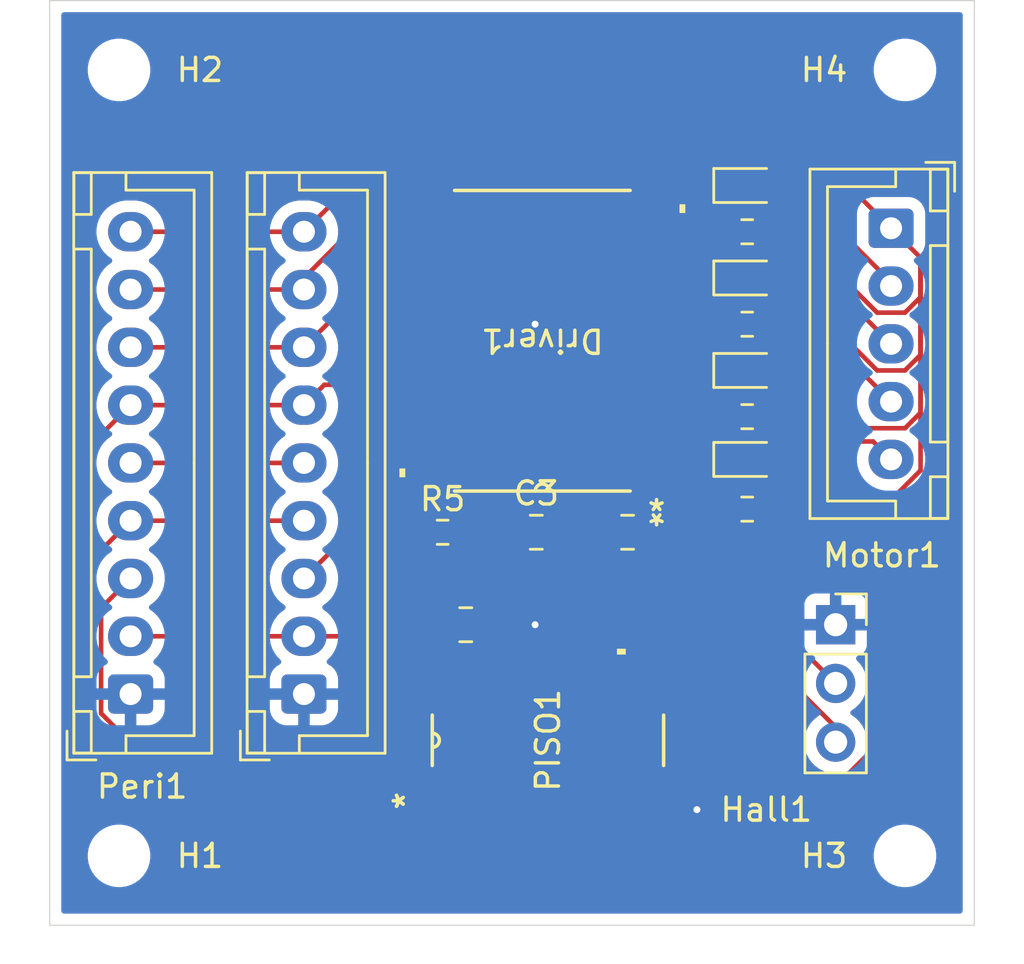
<source format=kicad_pcb>
(kicad_pcb (version 20241229) (generator "pcbnew") (generator_version "9.0")
  (layers (0 "F.Cu" signal) (2 "B.Cu" signal) (13 "F.Paste" user) (15 "B.Paste" user) (5 "F.SilkS" user "F.Silkscreen") (7 "B.SilkS" user "B.Silkscreen") (1 "F.Mask" user) (3 "B.Mask" user) (25 "Edge.Cuts" user))
  (net 0 "")
  (net 1 "GND")
  (net 2 "+5V")
  (net 3 "+12V")
  (net 4 "/CLK")
  (net 5 "Net-(D1-K)")
  (net 6 "Net-(D1-A)")
  (net 7 "Net-(D2-K)")
  (net 8 "Net-(D2-A)")
  (net 9 "Net-(D3-K)")
  (net 10 "Net-(D3-A)")
  (net 11 "Net-(D4-K)")
  (net 12 "Net-(D4-A)")
  (net 13 "/CO")
  (net 14 "/CIPO")
  (net 15 "/LCH")
  (net 16 "/LD")
  (net 18 "/PI")
  (net 19 "Net-(Hall1-Pin_3)")
  (net 22 "/NOE")
  (net 23 "Net-(Driver1-SDATAO)")
  (net 24 "Net-(Driver1-NFAULT)")
  (footprint "Resistor_SMD:R_0603_1608Metric" (layer "F.Cu") (at 60.175 52)
    (property "Reference" "R4" (hide yes))
    (property "Value" "1K")
    (fp_line (start -0.237258 -0.5225) (end 0.237258 -0.5225) (stroke (width 0.12)) (layer "F.SilkS"))
    (fp_line (start -0.237258 0.5225) (end 0.237258 0.5225) (stroke (width 0.12)) (layer "F.SilkS"))
    (pad "1" smd roundrect (at -0.825 0) (size 0.8 0.95) (layers "F.Cu" "F.Mask" "F.Paste") (net 12 "Net-(D4-A)"))
    (pad "2" smd roundrect (at 0.825 0) (size 0.8 0.95) (layers "F.Cu" "F.Mask" "F.Paste") (net 3 "+12V"))
  )
  (footprint "Resistor_SMD:R_0603_1608Metric" (layer "F.Cu") (at 60.175 48)
    (property "Reference" "R3" (hide yes))
    (property "Value" "1K")
    (fp_line (start -0.237258 -0.5225) (end 0.237258 -0.5225) (stroke (width 0.12)) (layer "F.SilkS"))
    (fp_line (start -0.237258 0.5225) (end 0.237258 0.5225) (stroke (width 0.12)) (layer "F.SilkS"))
    (pad "1" smd roundrect (at -0.825 0) (size 0.8 0.95) (layers "F.Cu" "F.Mask" "F.Paste") (net 10 "Net-(D3-A)"))
    (pad "2" smd roundrect (at 0.825 0) (size 0.8 0.95) (layers "F.Cu" "F.Mask" "F.Paste") (net 3 "+12V"))
  )
  (footprint "LED_SMD:LED_0603_1608Metric" (layer "F.Cu") (at 60.2125 38)
    (property "Reference" "D1" (hide yes))
    (property "Value" "LED")
    (fp_line (start -1.485 -0.735) (end -1.485 0.735) (stroke (width 0.12)) (layer "F.SilkS"))
    (fp_line (start -1.485 0.735) (end 0.8 0.735) (stroke (width 0.12)) (layer "F.SilkS"))
    (fp_line (start 0.8 -0.735) (end -1.485 -0.735) (stroke (width 0.12)) (layer "F.SilkS"))
    (pad "1" smd roundrect (at -0.7875 0) (size 0.875 0.95) (layers "F.Cu" "F.Mask" "F.Paste") (net 5 "Net-(D1-K)"))
    (pad "2" smd roundrect (at 0.7875 0) (size 0.875 0.95) (layers "F.Cu" "F.Mask" "F.Paste") (net 6 "Net-(D1-A)"))
  )
  (footprint "Connector_JST:JST_XH_B5B-XH-A_1x05_P2.50mm_Vertical" (layer "F.Cu") (at 66.39824 39.849 -90)
    (property "Reference" "Motor1" (at 14.151 0.39824 180) (layer "F.SilkS"))
    (property "Value" "Conn_01x05")
    (fp_line (start -2.56 3.51) (end 12.56 3.51) (stroke (width 0.12)) (layer "F.SilkS"))
    (fp_line (start 12.56 3.51) (end 12.56 -2.46) (stroke (width 0.12)) (layer "F.SilkS"))
    (fp_line (start -1.8 2.75) (end 5 2.75) (stroke (width 0.12)) (layer "F.SilkS"))
    (fp_line (start 11.8 2.75) (end 5 2.75) (stroke (width 0.12)) (layer "F.SilkS"))
    (fp_line (start -2.55 -0.2) (end -1.8 -0.2) (stroke (width 0.12)) (layer "F.SilkS"))
    (fp_line (start -1.8 -0.2) (end -1.8 2.75) (stroke (width 0.12)) (layer "F.SilkS"))
    (fp_line (start 11.8 -0.2) (end 11.8 2.75) (stroke (width 0.12)) (layer "F.SilkS"))
    (fp_line (start 12.55 -0.2) (end 11.8 -0.2) (stroke (width 0.12)) (layer "F.SilkS"))
    (fp_line (start -2.55 -1.7) (end -0.75 -1.7) (stroke (width 0.12)) (layer "F.SilkS"))
    (fp_line (start -0.75 -1.7) (end -0.75 -2.45) (stroke (width 0.12)) (layer "F.SilkS"))
    (fp_line (start 0.75 -1.7) (end 9.25 -1.7) (stroke (width 0.12)) (layer "F.SilkS"))
    (fp_line (start 9.25 -1.7) (end 9.25 -2.45) (stroke (width 0.12)) (layer "F.SilkS"))
    (fp_line (start 10.75 -1.7) (end 12.55 -1.7) (stroke (width 0.12)) (layer "F.SilkS"))
    (fp_line (start 12.55 -1.7) (end 12.55 -2.45) (stroke (width 0.12)) (layer "F.SilkS"))
    (fp_line (start -2.55 -2.45) (end -2.55 -1.7) (stroke (width 0.12)) (layer "F.SilkS"))
    (fp_line (start -0.75 -2.45) (end -2.55 -2.45) (stroke (width 0.12)) (layer "F.SilkS"))
    (fp_line (start 0.75 -2.45) (end 0.75 -1.7) (stroke (width 0.12)) (layer "F.SilkS"))
    (fp_line (start 9.25 -2.45) (end 0.75 -2.45) (stroke (width 0.12)) (layer "F.SilkS"))
    (fp_line (start 10.75 -2.45) (end 10.75 -1.7) (stroke (width 0.12)) (layer "F.SilkS"))
    (fp_line (start 12.55 -2.45) (end 10.75 -2.45) (stroke (width 0.12)) (layer "F.SilkS"))
    (fp_line (start -2.56 -2.46) (end -2.56 3.51) (stroke (width 0.12)) (layer "F.SilkS"))
    (fp_line (start 12.56 -2.46) (end -2.56 -2.46) (stroke (width 0.12)) (layer "F.SilkS"))
    (fp_line (start -2.85 -2.75) (end -2.85 -1.5) (stroke (width 0.12)) (layer "F.SilkS"))
    (fp_line (start -1.6 -2.75) (end -2.85 -2.75) (stroke (width 0.12)) (layer "F.SilkS"))
    (pad "1" thru_hole roundrect (at 0 0 270) (size 1.7 1.95) (drill 0.95) (layers "*.Cu" "*.Mask") (roundrect_rratio 0.147059) (net 3 "+12V"))
    (pad "2" thru_hole oval (at 2.5 0 270) (size 1.7 1.95) (drill 0.95) (layers "*.Cu" "*.Mask") (net 5 "Net-(D1-K)"))
    (pad "3" thru_hole oval (at 5 0 270) (size 1.7 1.95) (drill 0.95) (layers "*.Cu" "*.Mask") (net 7 "Net-(D2-K)"))
    (pad "4" thru_hole oval (at 7.5 0 270) (size 1.7 1.95) (drill 0.95) (layers "*.Cu" "*.Mask") (net 9 "Net-(D3-K)"))
    (pad "5" thru_hole oval (at 10 0 270) (size 1.7 1.95) (drill 0.95) (layers "*.Cu" "*.Mask") (net 11 "Net-(D4-K)"))
  )
  (footprint "Connector_PinSocket_2.54mm:PinSocket_1x03_P2.54mm_Vertical" (layer "F.Cu") (at 64 57)
    (property "Reference" "Hall1" (at -3 8 180) (layer "F.SilkS"))
    (property "Value" "Conn_01x03")
    (fp_line (start -1.33 1.27) (end -1.33 6.41) (stroke (width 0.12)) (layer "F.SilkS"))
    (fp_line (start -1.33 1.27) (end 1.33 1.27) (stroke (width 0.12)) (layer "F.SilkS"))
    (fp_line (start -1.33 6.41) (end 1.33 6.41) (stroke (width 0.12)) (layer "F.SilkS"))
    (fp_line (start 0 -1.33) (end 1.33 -1.33) (stroke (width 0.12)) (layer "F.SilkS"))
    (fp_line (start 1.33 -1.33) (end 1.33 0) (stroke (width 0.12)) (layer "F.SilkS"))
    (fp_line (start 1.33 1.27) (end 1.33 6.41) (stroke (width 0.12)) (layer "F.SilkS"))
    (pad "1" thru_hole rect (at 0 0) (size 1.7 1.7) (drill 1) (layers "*.Cu" "*.Mask") (net 1 "GND"))
    (pad "2" thru_hole circle (at 0 2.54) (size 1.7 1.7) (drill 1) (layers "*.Cu" "*.Mask") (net 2 "+5V"))
    (pad "3" thru_hole circle (at 0 5.08) (size 1.7 1.7) (drill 1) (layers "*.Cu" "*.Mask") (net 19 "Net-(Hall1-Pin_3)"))
  )
  (footprint "Capacitor_SMD:C_0805_2012Metric" (layer "F.Cu") (at 48 57)
    (property "Reference" "C2" (hide yes))
    (property "Value" "100n")
    (fp_line (start -0.261252 -0.735) (end 0.261252 -0.735) (stroke (width 0.12)) (layer "F.SilkS"))
    (fp_line (start -0.261252 0.735) (end 0.261252 0.735) (stroke (width 0.12)) (layer "F.SilkS"))
    (pad "1" smd roundrect (at -0.95 0) (size 1 1.45) (layers "F.Cu" "F.Mask" "F.Paste") (net 2 "+5V"))
    (pad "2" smd roundrect (at 0.95 0) (size 1 1.45) (layers "F.Cu" "F.Mask" "F.Paste") (net 1 "GND"))
  )
  (footprint "LED_SMD:LED_0603_1608Metric" (layer "F.Cu") (at 60.2125 42)
    (property "Reference" "D2" (hide yes))
    (property "Value" "LED")
    (fp_line (start -1.485 -0.735) (end -1.485 0.735) (stroke (width 0.12)) (layer "F.SilkS"))
    (fp_line (start -1.485 0.735) (end 0.8 0.735) (stroke (width 0.12)) (layer "F.SilkS"))
    (fp_line (start 0.8 -0.735) (end -1.485 -0.735) (stroke (width 0.12)) (layer "F.SilkS"))
    (pad "1" smd roundrect (at -0.7875 0) (size 0.875 0.95) (layers "F.Cu" "F.Mask" "F.Paste") (net 7 "Net-(D2-K)"))
    (pad "2" smd roundrect (at 0.7875 0) (size 0.875 0.95) (layers "F.Cu" "F.Mask" "F.Paste") (net 8 "Net-(D2-A)"))
  )
  (footprint "MountingHole:MountingHole_2.2mm_M2_ISO14580" (layer "F.Cu") (at 67 33)
    (property "Reference" "H4" (at -3.5 0 0) (layer "F.SilkS"))
    (property "Value" "MountingHole")
    (pad "" np_thru_hole circle (at 0 0) (size 2.2 2.2) (drill 2.2) (layers "*.Cu" "*.Mask"))
  )
  (footprint "MountingHole:MountingHole_2.2mm_M2_ISO14580" (layer "F.Cu") (at 67 67)
    (property "Reference" "H3" (at -3.5 0 0) (layer "F.SilkS"))
    (property "Value" "MountingHole")
    (pad "" np_thru_hole circle (at 0 0) (size 2.2 2.2) (drill 2.2) (layers "*.Cu" "*.Mask"))
  )
  (footprint "LED_SMD:LED_0603_1608Metric" (layer "F.Cu") (at 60.2125 46)
    (property "Reference" "D3" (hide yes))
    (property "Value" "LED")
    (fp_line (start -1.485 -0.735) (end -1.485 0.735) (stroke (width 0.12)) (layer "F.SilkS"))
    (fp_line (start -1.485 0.735) (end 0.8 0.735) (stroke (width 0.12)) (layer "F.SilkS"))
    (fp_line (start 0.8 -0.735) (end -1.485 -0.735) (stroke (width 0.12)) (layer "F.SilkS"))
    (pad "1" smd roundrect (at -0.7875 0) (size 0.875 0.95) (layers "F.Cu" "F.Mask" "F.Paste") (net 9 "Net-(D3-K)"))
    (pad "2" smd roundrect (at 0.7875 0) (size 0.875 0.95) (layers "F.Cu" "F.Mask" "F.Paste") (net 10 "Net-(D3-A)"))
  )
  (footprint "Capacitor_SMD:C_0805_2012Metric" (layer "F.Cu") (at 51.05 53)
    (property "Reference" "C3" (at 0 -1.68 0) (layer "F.SilkS"))
    (property "Value" "10uF")
    (fp_line (start -0.261252 -0.735) (end 0.261252 -0.735) (stroke (width 0.12)) (layer "F.SilkS"))
    (fp_line (start -0.261252 0.735) (end 0.261252 0.735) (stroke (width 0.12)) (layer "F.SilkS"))
    (pad "1" smd roundrect (at -0.95 0) (size 1 1.45) (layers "F.Cu" "F.Mask" "F.Paste") (net 3 "+12V"))
    (pad "2" smd roundrect (at 0.95 0) (size 1 1.45) (layers "F.Cu" "F.Mask" "F.Paste") (net 1 "GND"))
  )
  (footprint "MountingHole:MountingHole_2.2mm_M2_ISO14580" (layer "F.Cu") (at 33 67)
    (property "Reference" "H1" (at 3.5 0 0) (layer "F.SilkS"))
    (property "Value" "MountingHole")
    (pad "" np_thru_hole circle (at 0 0) (size 2.2 2.2) (drill 2.2) (layers "*.Cu" "*.Mask"))
  )
  (footprint "MountingHole:MountingHole_2.2mm_M2_ISO14580" (layer "F.Cu") (at 33 33)
    (property "Reference" "H2" (at 3.5 0 0) (layer "F.SilkS"))
    (property "Value" "MountingHole")
    (pad "" np_thru_hole circle (at 0 0) (size 2.2 2.2) (drill 2.2) (layers "*.Cu" "*.Mask"))
  )
  (footprint "Resistor_SMD:R_0603_1608Metric" (layer "F.Cu") (at 60.175 44)
    (property "Reference" "R2" (hide yes))
    (property "Value" "1K")
    (fp_line (start -0.237258 -0.5225) (end 0.237258 -0.5225) (stroke (width 0.12)) (layer "F.SilkS"))
    (fp_line (start -0.237258 0.5225) (end 0.237258 0.5225) (stroke (width 0.12)) (layer "F.SilkS"))
    (pad "1" smd roundrect (at -0.825 0) (size 0.8 0.95) (layers "F.Cu" "F.Mask" "F.Paste") (net 8 "Net-(D2-A)"))
    (pad "2" smd roundrect (at 0.825 0) (size 0.8 0.95) (layers "F.Cu" "F.Mask" "F.Paste") (net 3 "+12V"))
  )
  (footprint "Connector_JST:JST_XH_B9B-XH-A_1x09_P2.50mm_Vertical" (layer "F.Cu") (at 33.5 60 90)
    (property "Reference" "Peri1" (at -4 0.5 180) (layer "F.SilkS"))
    (property "Value" "Conn_01x09" (hide yes))
    (fp_line (start -1.6 -2.75) (end -2.85 -2.75) (stroke (width 0.12)) (layer "F.SilkS"))
    (fp_line (start -2.85 -2.75) (end -2.85 -1.5) (stroke (width 0.12)) (layer "F.SilkS"))
    (fp_line (start 22.56 -2.46) (end -2.56 -2.46) (stroke (width 0.12)) (layer "F.SilkS"))
    (fp_line (start -2.56 -2.46) (end -2.56 3.51) (stroke (width 0.12)) (layer "F.SilkS"))
    (fp_line (start 22.55 -2.45) (end 20.75 -2.45) (stroke (width 0.12)) (layer "F.SilkS"))
    (fp_line (start 20.75 -2.45) (end 20.75 -1.7) (stroke (width 0.12)) (layer "F.SilkS"))
    (fp_line (start 19.25 -2.45) (end 0.75 -2.45) (stroke (width 0.12)) (layer "F.SilkS"))
    (fp_line (start 0.75 -2.45) (end 0.75 -1.7) (stroke (width 0.12)) (layer "F.SilkS"))
    (fp_line (start -0.75 -2.45) (end -2.55 -2.45) (stroke (width 0.12)) (layer "F.SilkS"))
    (fp_line (start -2.55 -2.45) (end -2.55 -1.7) (stroke (width 0.12)) (layer "F.SilkS"))
    (fp_line (start 22.55 -1.7) (end 22.55 -2.45) (stroke (width 0.12)) (layer "F.SilkS"))
    (fp_line (start 20.75 -1.7) (end 22.55 -1.7) (stroke (width 0.12)) (layer "F.SilkS"))
    (fp_line (start 19.25 -1.7) (end 19.25 -2.45) (stroke (width 0.12)) (layer "F.SilkS"))
    (fp_line (start 0.75 -1.7) (end 19.25 -1.7) (stroke (width 0.12)) (layer "F.SilkS"))
    (fp_line (start -0.75 -1.7) (end -0.75 -2.45) (stroke (width 0.12)) (layer "F.SilkS"))
    (fp_line (start -2.55 -1.7) (end -0.75 -1.7) (stroke (width 0.12)) (layer "F.SilkS"))
    (fp_line (start 22.55 -0.2) (end 21.8 -0.2) (stroke (width 0.12)) (layer "F.SilkS"))
    (fp_line (start 21.8 -0.2) (end 21.8 2.75) (stroke (width 0.12)) (layer "F.SilkS"))
    (fp_line (start -1.8 -0.2) (end -1.8 2.75) (stroke (width 0.12)) (layer "F.SilkS"))
    (fp_line (start -2.55 -0.2) (end -1.8 -0.2) (stroke (width 0.12)) (layer "F.SilkS"))
    (fp_line (start 21.8 2.75) (end 10 2.75) (stroke (width 0.12)) (layer "F.SilkS"))
    (fp_line (start -1.8 2.75) (end 10 2.75) (stroke (width 0.12)) (layer "F.SilkS"))
    (fp_line (start 22.56 3.51) (end 22.56 -2.46) (stroke (width 0.12)) (layer "F.SilkS"))
    (fp_line (start -2.56 3.51) (end 22.56 3.51) (stroke (width 0.12)) (layer "F.SilkS"))
    (pad "1" thru_hole roundrect (at 0 0 90) (size 1.7 1.95) (drill 0.95) (layers "*.Cu" "*.Mask") (roundrect_rratio 0.147059) (net 1 "GND"))
    (pad "2" thru_hole oval (at 2.5 0 90) (size 1.7 1.95) (drill 0.95) (layers "*.Cu" "*.Mask") (net 2 "+5V"))
    (pad "3" thru_hole oval (at 5 0 90) (size 1.7 1.95) (drill 0.95) (layers "*.Cu" "*.Mask") (net 18 "/PI"))
    (pad "4" thru_hole oval (at 7.5 0 90) (size 1.7 1.95) (drill 0.95) (layers "*.Cu" "*.Mask") (net 16 "/LD"))
    (pad "5" thru_hole oval (at 10 0 90) (size 1.7 1.95) (drill 0.95) (layers "*.Cu" "*.Mask") (net 14 "/CIPO"))
    (pad "6" thru_hole oval (at 12.5 0 90) (size 1.7 1.95) (drill 0.95) (layers "*.Cu" "*.Mask") (net 4 "/CLK"))
    (pad "7" thru_hole oval (at 15 0 90) (size 1.7 1.95) (drill 0.95) (layers "*.Cu" "*.Mask") (net 15 "/LCH"))
    (pad "8" thru_hole oval (at 17.5 0 90) (size 1.7 1.95) (drill 0.95) (layers "*.Cu" "*.Mask") (net 22 "/NOE"))
    (pad "9" thru_hole oval (at 20 0 90) (size 1.7 1.95) (drill 0.95) (layers "*.Cu" "*.Mask") (net 3 "+12V"))
  )
  (footprint "Capacitor_SMD:C_0805_2012Metric" (layer "F.Cu") (at 55 53 180)
    (property "Reference" "C1" (hide yes))
    (property "Value" "100n" (hide yes))
    (fp_line (start -0.261252 0.735) (end 0.261252 0.735) (stroke (width 0.12)) (layer "F.SilkS"))
    (fp_line (start -0.261252 -0.735) (end 0.261252 -0.735) (stroke (width 0.12)) (layer "F.SilkS"))
    (pad "1" smd roundrect (at -0.95 0 180) (size 1 1.45) (layers "F.Cu" "F.Mask" "F.Paste") (net 3 "+12V"))
    (pad "2" smd roundrect (at 0.95 0 180) (size 1 1.45) (layers "F.Cu" "F.Mask" "F.Paste") (net 1 "GND"))
  )
  (footprint "LED_SMD:LED_0603_1608Metric" (layer "F.Cu") (at 60.2125 49.849)
    (property "Reference" "D4" (hide yes))
    (property "Value" "LED")
    (fp_line (start -1.485 -0.735) (end -1.485 0.735) (stroke (width 0.12)) (layer "F.SilkS"))
    (fp_line (start -1.485 0.735) (end 0.8 0.735) (stroke (width 0.12)) (layer "F.SilkS"))
    (fp_line (start 0.8 -0.735) (end -1.485 -0.735) (stroke (width 0.12)) (layer "F.SilkS"))
    (pad "1" smd roundrect (at -0.7875 0) (size 0.875 0.95) (layers "F.Cu" "F.Mask" "F.Paste") (net 11 "Net-(D4-K)"))
    (pad "2" smd roundrect (at 0.7875 0) (size 0.875 0.95) (layers "F.Cu" "F.Mask" "F.Paste") (net 12 "Net-(D4-A)"))
  )
  (footprint "Connector_JST:JST_XH_B9B-XH-A_1x09_P2.50mm_Vertical" (layer "F.Cu") (at 41 60 90)
    (property "Reference" "Ctrl1" (hide yes))
    (property "Value" "Conn_01x09")
    (fp_line (start -1.6 -2.75) (end -2.85 -2.75) (stroke (width 0.12)) (layer "F.SilkS"))
    (fp_line (start -2.85 -2.75) (end -2.85 -1.5) (stroke (width 0.12)) (layer "F.SilkS"))
    (fp_line (start 22.56 -2.46) (end -2.56 -2.46) (stroke (width 0.12)) (layer "F.SilkS"))
    (fp_line (start -2.56 -2.46) (end -2.56 3.51) (stroke (width 0.12)) (layer "F.SilkS"))
    (fp_line (start 22.55 -2.45) (end 20.75 -2.45) (stroke (width 0.12)) (layer "F.SilkS"))
    (fp_line (start 20.75 -2.45) (end 20.75 -1.7) (stroke (width 0.12)) (layer "F.SilkS"))
    (fp_line (start 19.25 -2.45) (end 0.75 -2.45) (stroke (width 0.12)) (layer "F.SilkS"))
    (fp_line (start 0.75 -2.45) (end 0.75 -1.7) (stroke (width 0.12)) (layer "F.SilkS"))
    (fp_line (start -0.75 -2.45) (end -2.55 -2.45) (stroke (width 0.12)) (layer "F.SilkS"))
    (fp_line (start -2.55 -2.45) (end -2.55 -1.7) (stroke (width 0.12)) (layer "F.SilkS"))
    (fp_line (start 22.55 -1.7) (end 22.55 -2.45) (stroke (width 0.12)) (layer "F.SilkS"))
    (fp_line (start 20.75 -1.7) (end 22.55 -1.7) (stroke (width 0.12)) (layer "F.SilkS"))
    (fp_line (start 19.25 -1.7) (end 19.25 -2.45) (stroke (width 0.12)) (layer "F.SilkS"))
    (fp_line (start 0.75 -1.7) (end 19.25 -1.7) (stroke (width 0.12)) (layer "F.SilkS"))
    (fp_line (start -0.75 -1.7) (end -0.75 -2.45) (stroke (width 0.12)) (layer "F.SilkS"))
    (fp_line (start -2.55 -1.7) (end -0.75 -1.7) (stroke (width 0.12)) (layer "F.SilkS"))
    (fp_line (start 22.55 -0.2) (end 21.8 -0.2) (stroke (width 0.12)) (layer "F.SilkS"))
    (fp_line (start 21.8 -0.2) (end 21.8 2.75) (stroke (width 0.12)) (layer "F.SilkS"))
    (fp_line (start -1.8 -0.2) (end -1.8 2.75) (stroke (width 0.12)) (layer "F.SilkS"))
    (fp_line (start -2.55 -0.2) (end -1.8 -0.2) (stroke (width 0.12)) (layer "F.SilkS"))
    (fp_line (start 21.8 2.75) (end 10 2.75) (stroke (width 0.12)) (layer "F.SilkS"))
    (fp_line (start -1.8 2.75) (end 10 2.75) (stroke (width 0.12)) (layer "F.SilkS"))
    (fp_line (start 22.56 3.51) (end 22.56 -2.46) (stroke (width 0.12)) (layer "F.SilkS"))
    (fp_line (start -2.56 3.51) (end 22.56 3.51) (stroke (width 0.12)) (layer "F.SilkS"))
    (pad "1" thru_hole roundrect (at 0 0 90) (size 1.7 1.95) (drill 0.95) (layers "*.Cu" "*.Mask") (roundrect_rratio 0.147059) (net 1 "GND"))
    (pad "2" thru_hole oval (at 2.5 0 90) (size 1.7 1.95) (drill 0.95) (layers "*.Cu" "*.Mask") (net 2 "+5V"))
    (pad "3" thru_hole oval (at 5 0 90) (size 1.7 1.95) (drill 0.95) (layers "*.Cu" "*.Mask") (net 13 "/CO"))
    (pad "4" thru_hole oval (at 7.5 0 90) (size 1.7 1.95) (drill 0.95) (layers "*.Cu" "*.Mask") (net 16 "/LD"))
    (pad "5" thru_hole oval (at 10 0 90) (size 1.7 1.95) (drill 0.95) (layers "*.Cu" "*.Mask") (net 14 "/CIPO"))
    (pad "6" thru_hole oval (at 12.5 0 90) (size 1.7 1.95) (drill 0.95) (layers "*.Cu" "*.Mask") (net 4 "/CLK"))
    (pad "7" thru_hole oval (at 15 0 90) (size 1.7 1.95) (drill 0.95) (layers "*.Cu" "*.Mask") (net 15 "/LCH"))
    (pad "8" thru_hole oval (at 17.5 0 90) (size 1.7 1.95) (drill 0.95) (layers "*.Cu" "*.Mask") (net 22 "/NOE"))
    (pad "9" thru_hole oval (at 20 0 90) (size 1.7 1.95) (drill 0.95) (layers "*.Cu" "*.Mask") (net 3 "+12V"))
  )
  (footprint "DRV8804:DW20" (layer "F.Cu") (at 51.3137 44.715 180)
    (property "Reference" "Driver1" (at 0 0 180) (layer "F.SilkS"))
    (property "Value" "DRV8804DW")
    (fp_line (start 3.7973 -6.5024) (end -3.7973 -6.5024) (stroke (width 0.1524)) (layer "F.SilkS"))
    (fp_line (start -3.7973 6.5024) (end 3.7973 6.5024) (stroke (width 0.1524)) (layer "F.SilkS"))
    (fp_arc (start 0.3048 -6.5024) (mid 0 -6.1976) (end -0.3048 -6.5024) (stroke (width 0.1524)) (layer "F.SilkS"))
    (fp_poly (pts (xy 6.1849 -5.9055) (xy 6.1849 -5.5245) (xy 5.9309 -5.5245) (xy 5.9309 -5.9055)) (fill yes) (layer "F.SilkS"))
    (fp_poly (pts (xy -6.1849 5.5245) (xy -6.1849 5.9055) (xy -5.9309 5.9055) (xy -5.9309 5.5245)) (fill yes) (layer "F.SilkS"))
    (fp_text user "*" (at -4.9403 -7.4168 180) (layer "F.SilkS"))
    (fp_text user "*" (at -4.9403 -7.4168 180) (layer "F.SilkS"))
    (pad "1" smd rect (at -4.6863 -5.715 180) (size 1.9812 0.5588) (layers "F.Cu" "F.Mask" "F.Paste") (net 3 "+12V"))
    (pad "2" smd rect (at -4.6863 -4.445 180) (size 1.9812 0.5588) (layers "F.Cu" "F.Mask" "F.Paste") (net 3 "+12V"))
    (pad "3" smd rect (at -4.6863 -3.175 180) (size 1.9812 0.5588) (layers "F.Cu" "F.Mask" "F.Paste") (net 11 "Net-(D4-K)"))
    (pad "4" smd rect (at -4.6863 -1.905 180) (size 1.9812 0.5588) (layers "F.Cu" "F.Mask" "F.Paste") (net 9 "Net-(D3-K)"))
    (pad "5" smd rect (at -4.6863 -0.635 180) (size 1.9812 0.5588) (layers "F.Cu" "F.Mask" "F.Paste") (net 1 "GND"))
    (pad "6" smd rect (at -4.6863 0.635 180) (size 1.9812 0.5588) (layers "F.Cu" "F.Mask" "F.Paste") (net 1 "GND"))
    (pad "7" smd rect (at -4.6863 1.905 180) (size 1.9812 0.5588) (layers "F.Cu" "F.Mask" "F.Paste") (net 1 "GND"))
    (pad "8" smd rect (at -4.6863 3.175 180) (size 1.9812 0.5588) (layers "F.Cu" "F.Mask" "F.Paste") (net 7 "Net-(D2-K)"))
    (pad "9" smd rect (at -4.6863 4.445 180) (size 1.9812 0.5588) (layers "F.Cu" "F.Mask" "F.Paste") (net 5 "Net-(D1-K)"))
    (pad "10" smd rect (at -4.6863 5.715 180) (size 1.9812 0.5588) (layers "F.Cu" "F.Mask" "F.Paste") (net 22 "/NOE"))
    (pad "11" smd rect (at 4.6863 5.715 180) (size 1.9812 0.5588) (layers "F.Cu" "F.Mask" "F.Paste"))
    (pad "12" smd rect (at 4.6863 4.445 180) (size 1.9812 0.5588) (layers "F.Cu" "F.Mask" "F.Paste"))
    (pad "13" smd rect (at 4.6863 3.175 180) (size 1.9812 0.5588) (layers "F.Cu" "F.Mask" "F.Paste") (net 15 "/LCH"))
    (pad "14" smd rect (at 4.6863 1.905 180) (size 1.9812 0.5588) (layers "F.Cu" "F.Mask" "F.Paste") (net 1 "GND"))
    (pad "15" smd rect (at 4.6863 0.635 180) (size 1.9812 0.5588) (layers "F.Cu" "F.Mask" "F.Paste") (net 1 "GND"))
    (pad "16" smd rect (at 4.6863 -0.635 180) (size 1.9812 0.5588) (layers "F.Cu" "F.Mask" "F.Paste") (net 1 "GND"))
    (pad "17" smd rect (at 4.6863 -1.905 180) (size 1.9812 0.5588) (layers "F.Cu" "F.Mask" "F.Paste") (net 4 "/CLK"))
    (pad "18" smd rect (at 4.6863 -3.175 180) (size 1.9812 0.5588) (layers "F.Cu" "F.Mask" "F.Paste") (net 13 "/CO"))
    (pad "19" smd rect (at 4.6863 -4.445 180) (size 1.9812 0.5588) (layers "F.Cu" "F.Mask" "F.Paste") (net 23 "Net-(Driver1-SDATAO)"))
    (pad "20" smd rect (at 4.6863 -5.715 180) (size 1.9812 0.5588) (layers "F.Cu" "F.Mask" "F.Paste") (net 24 "Net-(Driver1-NFAULT)"))
  )
  (footprint "SN74HCS165:D16" (layer "F.Cu") (at 51.555 62 90)
    (property "Reference" "PISO1" (at 0 0 90) (layer "F.SilkS"))
    (property "Value" "SN74HC165D")
    (fp_line (start 1.089303 -5.0038) (end -1.089303 -5.0038) (stroke (width 0.1524)) (layer "F.SilkS"))
    (fp_line (start -1.089303 5.0038) (end 1.089303 5.0038) (stroke (width 0.1524)) (layer "F.SilkS"))
    (fp_arc (start 0.3048 -5.0038) (mid 0 -4.699) (end -0.3048 -5.0038) (stroke (width 0.1524)) (layer "F.SilkS"))
    (fp_poly (pts (xy 3.9624 2.9845) (xy 3.9624 3.3655) (xy 3.7084 3.3655) (xy 3.7084 2.9845)) (fill yes) (layer "F.SilkS"))
    (fp_text user "*" (at -2.6162 -6.1468 90) (layer "F.SilkS"))
    (fp_text user "*" (at -2.6162 -6.1468 90) (layer "F.SilkS"))
    (pad "1" smd rect (at -2.3622 -4.445 90) (size 2.1844 0.5588) (layers "F.Cu" "F.Mask" "F.Paste") (net 16 "/LD"))
    (pad "2" smd rect (at -2.3622 -3.175 90) (size 2.1844 0.5588) (layers "F.Cu" "F.Mask" "F.Paste") (net 4 "/CLK"))
    (pad "3" smd rect (at -2.3622 -1.905 90) (size 2.1844 0.5588) (layers "F.Cu" "F.Mask" "F.Paste") (net 1 "GND"))
    (pad "4" smd rect (at -2.3622 -0.635 90) (size 2.1844 0.5588) (layers "F.Cu" "F.Mask" "F.Paste") (net 1 "GND"))
    (pad "5" smd rect (at -2.3622 0.635 90) (size 2.1844 0.5588) (layers "F.Cu" "F.Mask" "F.Paste") (net 1 "GND"))
    (pad "6" smd rect (at -2.3622 1.905 90) (size 2.1844 0.5588) (layers "F.Cu" "F.Mask" "F.Paste") (net 1 "GND"))
    (pad "7" smd rect (at -2.3622 3.175 90) (size 2.1844 0.5588) (layers "F.Cu" "F.Mask" "F.Paste"))
    (pad "8" smd rect (at -2.3622 4.445 90) (size 2.1844 0.5588) (layers "F.Cu" "F.Mask" "F.Paste") (net 1 "GND"))
    (pad "9" smd rect (at 2.3622 4.445 90) (size 2.1844 0.5588) (layers "F.Cu" "F.Mask" "F.Paste") (net 18 "/PI"))
    (pad "10" smd rect (at 2.3622 3.175 90) (size 2.1844 0.5588) (layers "F.Cu" "F.Mask" "F.Paste") (net 23 "Net-(Driver1-SDATAO)"))
    (pad "11" smd rect (at 2.3622 1.905 90) (size 2.1844 0.5588) (layers "F.Cu" "F.Mask" "F.Paste") (net 24 "Net-(Driver1-NFAULT)"))
    (pad "12" smd rect (at 2.3622 0.635 90) (size 2.1844 0.5588) (layers "F.Cu" "F.Mask" "F.Paste") (net 19 "Net-(Hall1-Pin_3)"))
    (pad "13" smd rect (at 2.3622 -0.635 90) (size 2.1844 0.5588) (layers "F.Cu" "F.Mask" "F.Paste") (net 1 "GND"))
    (pad "14" smd rect (at 2.3622 -1.905 90) (size 2.1844 0.5588) (layers "F.Cu" "F.Mask" "F.Paste") (net 1 "GND"))
    (pad "15" smd rect (at 2.3622 -3.175 90) (size 2.1844 0.5588) (layers "F.Cu" "F.Mask" "F.Paste") (net 1 "GND"))
    (pad "16" smd rect (at 2.3622 -4.445 90) (size 2.1844 0.5588) (layers "F.Cu" "F.Mask" "F.Paste") (net 2 "+5V"))
  )
  (footprint "Resistor_SMD:R_0603_1608Metric" (layer "F.Cu") (at 47 53)
    (property "Reference" "R5" (at 0 -1.43 0) (layer "F.SilkS"))
    (property "Value" "10K")
    (fp_line (start -0.237258 -0.5225) (end 0.237258 -0.5225) (stroke (width 0.12)) (layer "F.SilkS"))
    (fp_line (start -0.237258 0.5225) (end 0.237258 0.5225) (stroke (width 0.12)) (layer "F.SilkS"))
    (pad "1" smd roundrect (at -0.825 0) (size 0.8 0.95) (layers "F.Cu" "F.Mask" "F.Paste") (net 2 "+5V"))
    (pad "2" smd roundrect (at 0.825 0) (size 0.8 0.95) (layers "F.Cu" "F.Mask" "F.Paste") (net 24 "Net-(Driver1-NFAULT)"))
  )
  (footprint "Resistor_SMD:R_0603_1608Metric" (layer "F.Cu") (at 60.175 40)
    (property "Reference" "R1" (hide yes))
    (property "Value" "1K")
    (fp_line (start -0.237258 -0.5225) (end 0.237258 -0.5225) (stroke (width 0.12)) (layer "F.SilkS"))
    (fp_line (start -0.237258 0.5225) (end 0.237258 0.5225) (stroke (width 0.12)) (layer "F.SilkS"))
    (pad "1" smd roundrect (at -0.825 0) (size 0.8 0.95) (layers "F.Cu" "F.Mask" "F.Paste") (net 6 "Net-(D1-A)"))
    (pad "2" smd roundrect (at 0.825 0) (size 0.8 0.95) (layers "F.Cu" "F.Mask" "F.Paste") (net 3 "+12V"))
  )
  (gr_line (start 30 30) (end 30 70) (stroke (width 0.05)) (layer "Edge.Cuts"))
  (gr_line (start 30 70) (end 70 70) (stroke (width 0.05)) (layer "Edge.Cuts"))
  (gr_line (start 70 70) (end 70 30) (stroke (width 0.05)) (layer "Edge.Cuts"))
  (gr_line (start 70 30) (end 30 30) (stroke (width 0.05)) (layer "Edge.Cuts"))
  (segment (start 46.6274 42.81) (end 49.81 42.81) (width 0.2) (layer "F.Cu") (net 1))
  (segment (start 50.92 59.6378) (end 50.92 57.08) (width 0.2) (layer "F.Cu") (net 1))
  (segment (start 50.92 44.08) (end 46.6274 44.08) (width 0.2) (layer "F.Cu") (net 1))
  (segment (start 48.38 59.6378) (end 49.65 59.6378) (width 0.2) (layer "F.Cu") (net 1))
  (segment (start 52 53) (end 54.05 53) (width 0.2) (layer "F.Cu") (net 1))
  (segment (start 50.92 57.08) (end 51 57) (width 0.2) (layer "F.Cu") (net 1))
  (segment (start 46.6274 45.35) (end 49.65 45.35) (width 0.2) (layer "F.Cu") (net 1))
  (segment (start 48.95 57) (end 51 57) (width 0.2) (layer "F.Cu") (net 1))
  (segment (start 51 44) (end 50.92 44.08) (width 0.2) (layer "F.Cu") (net 1))
  (segment (start 53.46 64.3622) (end 53.46 63.6586) (width 0.2) (layer "F.Cu") (net 1))
  (segment (start 52.19 64.3622) (end 50.92 64.3622) (width 0.2) (layer "F.Cu") (net 1))
  (segment (start 56 63.5494) (end 56 64.3622) (width 0.2) (layer "F.Cu") (net 1))
  (segment (start 51.08 44.08) (end 56 44.08) (width 0.2) (layer "F.Cu") (net 1))
  (segment (start 54.1496 62.969) (end 55.4196 62.969) (width 0.2) (layer "F.Cu") (net 1))
  (segment (start 54.05 47.05) (end 51 44) (width 0.2) (layer "F.Cu") (net 1))
  (segment (start 52 44) (end 53.19 42.81) (width 0.2) (layer "F.Cu") (net 1))
  (segment (start 56 64.3622) (end 57.3622 64.3622) (width 0.2) (layer "F.Cu") (net 1))
  (segment (start 53.46 64.3622) (end 52.19 64.3622) (width 0.2) (layer "F.Cu") (net 1))
  (segment (start 49.81 42.81) (end 51 44) (width 0.2) (layer "F.Cu") (net 1))
  (segment (start 56 45.35) (end 52.35 45.35) (width 0.2) (layer "F.Cu") (net 1))
  (segment (start 53.19 42.81) (end 56 42.81) (width 0.2) (layer "F.Cu") (net 1))
  (segment (start 49.65 59.6378) (end 50.92 59.6378) (width 0.2) (layer "F.Cu") (net 1))
  (segment (start 49.65 64.3622) (end 50.92 64.3622) (width 0.2) (layer "F.Cu") (net 1))
  (segment (start 53.46 63.6586) (end 54.1496 62.969) (width 0.2) (layer "F.Cu") (net 1))
  (segment (start 51 44) (end 52 44) (width 0.2) (layer "F.Cu") (net 1))
  (segment (start 52.35 45.35) (end 51.08 44.08) (width 0.2) (layer "F.Cu") (net 1))
  (segment (start 55.4196 62.969) (end 56 63.5494) (width 0.2) (layer "F.Cu") (net 1))
  (segment (start 54.05 53) (end 54.05 47.05) (width 0.2) (layer "F.Cu") (net 1))
  (segment (start 49.65 45.35) (end 51 44) (width 0.2) (layer "F.Cu") (net 1))
  (segment (start 57.3622 64.3622) (end 58 65) (width 0.2) (layer "F.Cu") (net 1))
  (segment (start 51 44) (end 51.08 44.08) (width 0.2) (layer "F.Cu") (net 1))
  (via (at 58 65) (size 0.6) (drill 0.3) (layers "F.Cu" "B.Cu") (net 1))
  (via (at 51 44) (size 0.6) (drill 0.3) (layers "F.Cu" "B.Cu") (net 1))
  (via (at 51 57) (size 0.6) (drill 0.3) (layers "F.Cu" "B.Cu") (net 1))
  (segment (start 64 59.54) (end 60.434 55.974) (width 0.2) (layer "F.Cu") (net 2))
  (segment (start 46.55 57.5) (end 47.05 57) (width 0.2) (layer "F.Cu") (net 2))
  (segment (start 33.5 57.5) (end 41 57.5) (width 0.2) (layer "F.Cu") (net 2))
  (segment (start 47.05 57) (end 47.05 59.5778) (width 0.2) (layer "F.Cu") (net 2))
  (segment (start 46.175 56.125) (end 47.05 57) (width 0.2) (layer "F.Cu") (net 2))
  (segment (start 41 57.5) (end 46.55 57.5) (width 0.2) (layer "F.Cu") (net 2))
  (segment (start 48.076 55.974) (end 47.05 57) (width 0.2) (layer "F.Cu") (net 2))
  (segment (start 46.175 53) (end 46.175 56.125) (width 0.2) (layer "F.Cu") (net 2))
  (segment (start 60.434 55.974) (end 48.076 55.974) (width 0.2) (layer "F.Cu") (net 2))
  (segment (start 47.05 59.5778) (end 47.11 59.6378) (width 0.2) (layer "F.Cu") (net 2))
  (segment (start 65.79648 46) (end 67 46) (width 0.2) (layer "F.Cu") (net 3))
  (segment (start 67 43.5) (end 67.67424 42.82576) (width 0.2) (layer "F.Cu") (net 3))
  (segment (start 66 52) (end 67.67424 50.32576) (width 0.2) (layer "F.Cu") (net 3))
  (segment (start 54.924 54.026) (end 55.95 53) (width 0.2) (layer "F.Cu") (net 3))
  (segment (start 51.126 54.026) (end 54.924 54.026) (width 0.2) (layer "F.Cu") (net 3))
  (segment (start 67.67424 42.82576) (end 67.67424 41.125) (width 0.2) (layer "F.Cu") (net 3))
  (segment (start 56 50.43) (end 56 49.16) (width 0.2) (layer "F.Cu") (net 3))
  (segment (start 63.14824 36.599) (end 44.401 36.599) (width 0.2) (layer "F.Cu") (net 3))
  (segment (start 65.79648 43.5) (end 67 43.5) (width 0.2) (layer "F.Cu") (net 3))
  (segment (start 61 52) (end 66 52) (width 0.2) (layer "F.Cu") (net 3))
  (segment (start 67 48.5) (end 67.67424 47.82576) (width 0.2) (layer "F.Cu") (net 3))
  (segment (start 63.79648 44) (end 65.79648 46) (width 0.2) (layer "F.Cu") (net 3))
  (segment (start 55.95 50.48) (end 56 50.43) (width 0.2) (layer "F.Cu") (net 3))
  (segment (start 66.39824 39.849) (end 63.14824 36.599) (width 0.2) (layer "F.Cu") (net 3))
  (segment (start 55.95 53) (end 55.95 50.48) (width 0.2) (layer "F.Cu") (net 3))
  (segment (start 50.1 53) (end 51.126 54.026) (width 0.2) (layer "F.Cu") (net 3))
  (segment (start 41 40) (end 33.5 40) (width 0.2) (layer "F.Cu") (net 3))
  (segment (start 67.67424 41.125) (end 66.39824 39.849) (width 0.2) (layer "F.Cu") (net 3))
  (segment (start 44.401 36.599) (end 41 40) (width 0.2) (layer "F.Cu") (net 3))
  (segment (start 67 46) (end 67.67424 45.32576) (width 0.2) (layer "F.Cu") (net 3))
  (segment (start 55.95 53) (end 60 53) (width 0.2) (layer "F.Cu") (net 3))
  (segment (start 61 40) (end 62.29648 40) (width 0.2) (layer "F.Cu") (net 3))
  (segment (start 67.67424 45.32576) (end 67.67424 41.125) (width 0.2) (layer "F.Cu") (net 3))
  (segment (start 62.29648 40) (end 65.79648 43.5) (width 0.2) (layer "F.Cu") (net 3))
  (segment (start 61 48) (end 61.5 48.5) (width 0.2) (layer "F.Cu") (net 3))
  (segment (start 60 53) (end 61 52) (width 0.2) (layer "F.Cu") (net 3))
  (segment (start 67.67424 47.82576) (end 67.67424 41.125) (width 0.2) (layer "F.Cu") (net 3))
  (segment (start 61.5 48.5) (end 67 48.5) (width 0.2) (layer "F.Cu") (net 3))
  (segment (start 61 44) (end 63.79648 44) (width 0.2) (layer "F.Cu") (net 3))
  (segment (start 67.67424 50.32576) (end 67.67424 41.125) (width 0.2) (layer "F.Cu") (net 3))
  (segment (start 31.422 61.16736) (end 36.01004 65.7554) (width 0.2) (layer "F.Cu") (net 4))
  (segment (start 46.6274 46.62) (end 41.88 46.62) (width 0.2) (layer "F.Cu") (net 4))
  (segment (start 48.38 65.175) (end 48.38 64.3622) (width 0.2) (layer "F.Cu") (net 4))
  (segment (start 41.88 46.62) (end 41 47.5) (width 0.2) (layer "F.Cu") (net 4))
  (segment (start 33.5 47.5) (end 31.422 49.578) (width 0.2) (layer "F.Cu") (net 4))
  (segment (start 31.422 49.578) (end 31.422 61.16736) (width 0.2) (layer "F.Cu") (net 4))
  (segment (start 47.7996 65.7554) (end 48.38 65.175) (width 0.2) (layer "F.Cu") (net 4))
  (segment (start 41 47.5) (end 33.5 47.5) (width 0.2) (layer "F.Cu") (net 4))
  (segment (start 36.01004 65.7554) (end 47.7996 65.7554) (width 0.2) (layer "F.Cu") (net 4))
  (segment (start 60.201 37.224) (end 61.4401 37.224) (width 0.2) (layer "F.Cu") (net 5))
  (segment (start 56 40.27) (end 57.155 40.27) (width 0.2) (layer "F.Cu") (net 5))
  (segment (start 61.4401 37.224) (end 66.39824 42.18214) (width 0.2) (layer "F.Cu") (net 5))
  (segment (start 59.425 38) (end 60.201 37.224) (width 0.2) (layer "F.Cu") (net 5))
  (segment (start 66.39824 42.18214) (end 66.39824 42.349) (width 0.2) (layer "F.Cu") (net 5))
  (segment (start 57.155 40.27) (end 59.425 38) (width 0.2) (layer "F.Cu") (net 5))
  (segment (start 59.35 40) (end 59.35 39.65) (width 0.2) (layer "F.Cu") (net 6))
  (segment (start 59.35 39.65) (end 61 38) (width 0.2) (layer "F.Cu") (net 6))
  (segment (start 58.965 41.54) (end 59.425 42) (width 0.2) (layer "F.Cu") (net 7))
  (segment (start 56 41.54) (end 58.965 41.54) (width 0.2) (layer "F.Cu") (net 7))
  (segment (start 62.77324 41.224) (end 66.39824 44.849) (width 0.2) (layer "F.Cu") (net 7))
  (segment (start 60.201 41.224) (end 62.77324 41.224) (width 0.2) (layer "F.Cu") (net 7))
  (segment (start 59.425 42) (end 60.201 41.224) (width 0.2) (layer "F.Cu") (net 7))
  (segment (start 59.35 43.65) (end 61 42) (width 0.2) (layer "F.Cu") (net 8))
  (segment (start 59.35 44) (end 59.35 43.65) (width 0.2) (layer "F.Cu") (net 8))
  (segment (start 58.805 46.62) (end 59.425 46) (width 0.2) (layer "F.Cu") (net 9))
  (segment (start 56 46.62) (end 58.805 46.62) (width 0.2) (layer "F.Cu") (net 9))
  (segment (start 64.27324 45.224) (end 66.39824 47.349) (width 0.2) (layer "F.Cu") (net 9))
  (segment (start 59.425 46) (end 60.201 45.224) (width 0.2) (layer "F.Cu") (net 9))
  (segment (start 60.201 45.224) (end 64.27324 45.224) (width 0.2) (layer "F.Cu") (net 9))
  (segment (start 59.35 48) (end 59.35 47.65) (width 0.2) (layer "F.Cu") (net 10))
  (segment (start 59.35 47.65) (end 61 46) (width 0.2) (layer "F.Cu") (net 10))
  (segment (start 65.62224 49.073) (end 66.39824 49.849) (width 0.2) (layer "F.Cu") (net 11))
  (segment (start 56 47.89) (end 57.466 47.89) (width 0.2) (layer "F.Cu") (net 11))
  (segment (start 60.201 49.073) (end 65.62224 49.073) (width 0.2) (layer "F.Cu") (net 11))
  (segment (start 59.425 49.849) (end 60.201 49.073) (width 0.2) (layer "F.Cu") (net 11))
  (segment (start 57.466 47.89) (end 59.425 49.849) (width 0.2) (layer "F.Cu") (net 11))
  (segment (start 59.35 52) (end 59.35 51.499) (width 0.2) (layer "F.Cu") (net 12))
  (segment (start 59.35 51.499) (end 61 49.849) (width 0.2) (layer "F.Cu") (net 12))
  (segment (start 41 55) (end 44 52) (width 0.2) (layer "F.Cu") (net 13))
  (segment (start 46.0254 47.89) (end 46.6274 47.89) (width 0.2) (layer "F.Cu") (net 13))
  (segment (start 44 49.9154) (end 46.0254 47.89) (width 0.2) (layer "F.Cu") (net 13))
  (segment (start 44 52) (end 44 49.9154) (width 0.2) (layer "F.Cu") (net 13))
  (segment (start 33.5 50) (end 41 50) (width 0.2) (layer "F.Cu") (net 14))
  (segment (start 41 45) (end 44.46 41.54) (width 0.2) (layer "F.Cu") (net 15))
  (segment (start 33.5 45) (end 41 45) (width 0.2) (layer "F.Cu") (net 15))
  (segment (start 44.46 41.54) (end 46.6274 41.54) (width 0.2) (layer "F.Cu") (net 15))
  (segment (start 47.11 64.3622) (end 35.18394 64.3622) (width 0.2) (layer "F.Cu") (net 16))
  (segment (start 33.5 52.5) (end 41 52.5) (width 0.2) (layer "F.Cu") (net 16))
  (segment (start 31.823 61.00126) (end 31.823 54.177) (width 0.2) (layer "F.Cu") (net 16))
  (segment (start 35.18394 64.3622) (end 31.823 61.00126) (width 0.2) (layer "F.Cu") (net 16))
  (segment (start 31.823 54.177) (end 33.5 52.5) (width 0.2) (layer "F.Cu") (net 16))
  (segment (start 55 62) (end 33.38884 62) (width 0.2) (layer "F.Cu") (net 18))
  (segment (start 32.224 60.83516) (end 32.224 56.276) (width 0.2) (layer "F.Cu") (net 18))
  (segment (start 33.38884 62) (end 32.224 60.83516) (width 0.2) (layer "F.Cu") (net 18))
  (segment (start 56 61) (end 55 62) (width 0.2) (layer "F.Cu") (net 18))
  (segment (start 32.224 56.276) (end 33.5 55) (width 0.2) (layer "F.Cu") (net 18))
  (segment (start 56 59.6378) (end 56 61) (width 0.2) (layer "F.Cu") (net 18))
  (segment (start 59.1661 56.599) (end 54.416 56.599) (width 0.2) (layer "F.Cu") (net 19))
  (segment (start 64 61.4329) (end 59.1661 56.599) (width 0.2) (layer "F.Cu") (net 19))
  (segment (start 64 62.08) (end 64 61.4329) (width 0.2) (layer "F.Cu") (net 19))
  (segment (start 52.19 58.825) (end 52.19 59.6378) (width 0.2) (layer "F.Cu") (net 19))
  (segment (start 54.416 56.599) (end 52.19 58.825) (width 0.2) (layer "F.Cu") (net 19))
  (segment (start 56 39) (end 54 37) (width 0.2) (layer "F.Cu") (net 22))
  (segment (start 46 37) (end 41 42) (width 0.2) (layer "F.Cu") (net 22))
  (segment (start 41 42) (end 41 42.5) (width 0.2) (layer "F.Cu") (net 22))
  (segment (start 33.5 42.5) (end 41 42.5) (width 0.2) (layer "F.Cu") (net 22))
  (segment (start 54 37) (end 46 37) (width 0.2) (layer "F.Cu") (net 22))
  (segment (start 54.73 58.9342) (end 54.73 59.6378) (width 0.2) (layer "F.Cu") (net 23))
  (segment (start 46.6274 49.16) (end 47.3386 49.16) (width 0.2) (layer "F.Cu") (net 23))
  (segment (start 68.401 55.8339) (end 68.401 60.1661) (width 0.2) (layer "F.Cu") (net 23))
  (segment (start 60.8339 64.401) (end 56.5804 60.1475) (width 0.2) (layer "F.Cu") (net 23))
  (segment (start 49.299 53.71016) (end 50.18784 54.599) (width 0.2) (layer "F.Cu") (net 23))
  (segment (start 47.3386 49.16) (end 49.299 51.1204) (width 0.2) (layer "F.Cu") (net 23))
  (segment (start 56.5804 58.2446) (end 55.4196 58.2446) (width 0.2) (layer "F.Cu") (net 23))
  (segment (start 68.401 60.1661) (end 64.1661 64.401) (width 0.2) (layer "F.Cu") (net 23))
  (segment (start 50.18784 54.599) (end 67.1661 54.599) (width 0.2) (layer "F.Cu") (net 23))
  (segment (start 49.299 51.1204) (end 49.299 53.71016) (width 0.2) (layer "F.Cu") (net 23))
  (segment (start 67.1661 54.599) (end 68.401 55.8339) (width 0.2) (layer "F.Cu") (net 23))
  (segment (start 56.5804 60.1475) (end 56.5804 58.2446) (width 0.2) (layer "F.Cu") (net 23))
  (segment (start 55.4196 58.2446) (end 54.73 58.9342) (width 0.2) (layer "F.Cu") (net 23))
  (segment (start 64.1661 64.401) (end 60.8339 64.401) (width 0.2) (layer "F.Cu") (net 23))
  (segment (start 59 57) (end 59 62) (width 0.2) (layer "F.Cu") (net 24))
  (segment (start 55 57) (end 53.46 58.54) (width 0.2) (layer "F.Cu") (net 24))
  (segment (start 47.825 53) (end 47.825 54.825) (width 0.2) (layer "F.Cu") (net 24))
  (segment (start 68 56) (end 68 60) (width 0.2) (layer "F.Cu") (net 24))
  (segment (start 47.825 51.6276) (end 46.6274 50.43) (width 0.2) (layer "F.Cu") (net 24))
  (segment (start 47.825 53) (end 47.825 51.6276) (width 0.2) (layer "F.Cu") (net 24))
  (segment (start 59 62) (end 61 64) (width 0.2) (layer "F.Cu") (net 24))
  (segment (start 47.825 54.825) (end 48 55) (width 0.2) (layer "F.Cu") (net 24))
  (segment (start 61 64) (end 64 64) (width 0.2) (layer "F.Cu") (net 24))
  (segment (start 48 55) (end 67 55) (width 0.2) (layer "F.Cu") (net 24))
  (segment (start 64 64) (end 68 60) (width 0.2) (layer "F.Cu") (net 24))
  (segment (start 53.46 58.54) (end 53.46 59.6378) (width 0.2) (layer "F.Cu") (net 24))
  (segment (start 59 57) (end 55 57) (width 0.2) (layer "F.Cu") (net 24))
  (segment (start 67 55) (end 68 56) (width 0.2) (layer "F.Cu") (net 24))
  (zone (net 1) (net_name "GND") (layer "B.Cu") (connect_pads (clearance 0.5)) (min_thickness 0.25) (fill yes (thermal_gap 0.5) (thermal_bridge_width 0.5))
    (polygon (pts (xy 30 30) (xy 30 70) (xy 70 70) (xy 70 30)))
  )
)
</source>
